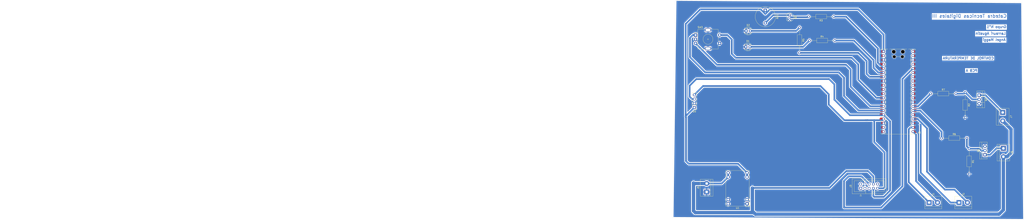
<source format=kicad_pcb>
(kicad_pcb (version 20241229) (generator "pcbnew") (generator_version "9.0")
  (layers (0 "F.Cu" signal) (2 "B.Cu" signal) (13 "F.Paste" user) (15 "B.Paste" user) (5 "F.SilkS" user "F.Silkscreen") (7 "B.SilkS" user "B.Silkscreen") (1 "F.Mask" user) (3 "B.Mask" user) (25 "Edge.Cuts" user))
  (net 0 "")
  (net 1 "/GPIO4_PIN6")
  (net 3 "/GPIO19_PIN25")
  (net 6 "/GPIO11_PIN15")
  (net 9 "/GPIO9_PIN12")
  (net 10 "GND")
  (net 12 "/SalidaPWM_PIN27")
  (net 14 "/SalidaPWM_PIN26")
  (net 17 "/GPIO10_PIN14")
  (net 19 "GPIO12_PIN16")
  (net 20 "/GPIO16_PIN21")
  (net 21 "/GPIO18_PIN24")
  (net 22 "/VSYS5V_PIN39")
  (net 23 "V3.3_PIN36")
  (net 25 "/GPIO17_PIN22")
  (net 26 "GPIO13_PIN17")
  (net 29 "/GPIO5_PIN7")
  (net 30 "/GPIO3_PIN5")
  (net 35 "Net-(BZ1--)")
  (net 36 "Net-(D1-A)")
  (net 37 "Net-(D2-A)")
  (net 43 "+12V_SW")
  (net 44 "Net-(J6-Pin_1)")
  (net 45 "Net-(J7-Pin_1)")
  (net 46 "Net-(Q1-G)")
  (net 47 "Net-(Q2-G)")
  (net 48 "Net-(Q3-B)")
  (footprint "Resistor_THT:R_Axial_DIN0207_L6.3mm_D2.5mm_P15.24mm_Horizontal" (layer "F.Cu") (at 211.067271 79.790376 -90)
    (property "Reference" "R2" (at 7.62 -2.37 90) (layer "F.SilkS"))
    (property "Value" "10K")
    (pad "1" thru_hole circle (at 0 0 270) (size 1.6 1.6) (drill 0.8) (layers "*.Cu" "*.Mask") (net 47 "Net-(Q2-G)"))
    (pad "2" thru_hole circle (at 15.24 0 270) (size 1.6 1.6) (drill 0.8) (layers "*.Cu" "*.Mask") (net 10 "GND"))
  )
  (footprint "Package_TO_SOT_THT:TO-220-3_Vertical" (layer "F.Cu") (at 222.987271 117.410376 90)
    (property "Reference" "Q1" (at 2.54 -4.1 90) (layer "F.SilkS"))
    (property "Value" "IRL540N")
    (pad "1" thru_hole rect (at 0 0 90) (size 1.905 2) (drill 1.1) (layers "*.Cu" "*.Mask") (net 44 "Net-(J6-Pin_1)"))
    (pad "2" thru_hole oval (at 2.54 0 90) (size 1.905 2) (drill 1.1) (layers "*.Cu" "*.Mask") (net 46 "Net-(Q1-G)"))
    (pad "3" thru_hole oval (at 5.08 0 90) (size 1.905 2) (drill 1.1) (layers "*.Cu" "*.Mask") (net 10 "GND"))
  )
  (footprint "Resistor_THT:R_Axial_DIN0207_L6.3mm_D2.5mm_P15.24mm_Horizontal" (layer "F.Cu") (at 213.467271 113.790376 -90)
    (property "Reference" "R1" (at 7.62 -2.37 90) (layer "F.SilkS"))
    (property "Value" "10K")
    (pad "1" thru_hole circle (at 0 0 270) (size 1.6 1.6) (drill 0.8) (layers "*.Cu" "*.Mask") (net 46 "Net-(Q1-G)"))
    (pad "2" thru_hole circle (at 15.24 0 270) (size 1.6 1.6) (drill 0.8) (layers "*.Cu" "*.Mask") (net 10 "GND"))
  )
  (footprint "TerminalBlock:TerminalBlock_bornier-2_P5.08mm" (layer "F.Cu") (at 233.667271 91.930376 -90)
    (property "Reference" "J7" (at 2.54 -5.08 90) (layer "F.SilkS"))
    (property "Value" "Salida Peltier")
    (pad "1" thru_hole rect (at 0 0 270) (size 3 3) (drill 1.52) (layers "*.Cu" "*.Mask") (net 45 "Net-(J7-Pin_1)"))
    (pad "2" thru_hole circle (at 5.08 0 270) (size 3 3) (drill 1.52) (layers "*.Cu" "*.Mask") (net 43 "+12V_SW"))
  )
  (footprint "Resistor_THT:R_Axial_DIN0207_L6.3mm_D2.5mm_P15.24mm_Horizontal" (layer "F.Cu") (at 190.247271 80.610376)
    (property "Reference" "R7" (at 7.62 -2.37 0) (layer "F.SilkS"))
    (property "Value" "220R")
    (pad "1" thru_hole circle (at 0 0) (size 1.6 1.6) (drill 0.8) (layers "*.Cu" "*.Mask") (net 12 "/SalidaPWM_PIN27"))
    (pad "2" thru_hole circle (at 15.24 0) (size 1.6 1.6) (drill 0.8) (layers "*.Cu" "*.Mask") (net 47 "Net-(Q2-G)"))
  )
  (footprint "TerminalBlock:TerminalBlock_bornier-2_P5.08mm" (layer "F.Cu") (at 234.067271 113.530376 -90)
    (property "Reference" "J6" (at 2.54 -5.08 90) (layer "F.SilkS"))
    (property "Value" "Resistencia termica 40W")
    (pad "1" thru_hole rect (at 0 0 270) (size 3 3) (drill 1.52) (layers "*.Cu" "*.Mask") (net 44 "Net-(J6-Pin_1)"))
    (pad "2" thru_hole circle (at 5.08 0 270) (size 3 3) (drill 1.52) (layers "*.Cu" "*.Mask") (net 43 "+12V_SW"))
  )
  (footprint "LED_THT:LED_D4.0mm" (layer "F.Cu") (at 79.067271 42.810376)
    (property "Reference" "D2" (at 1.27 -3.46 0) (layer "F.SilkS"))
    (property "Value" "LED VERDE")
    (pad "1" thru_hole rect (at 0 0) (size 1.8 1.8) (drill 0.9) (layers "*.Cu" "*.Mask") (net 10 "GND"))
    (pad "2" thru_hole circle (at 2.54 0) (size 1.8 1.8) (drill 0.9) (layers "*.Cu" "*.Mask") (net 37 "Net-(D2-A)"))
  )
  (footprint "Rotary_Encoder:RotaryEncoder_Alps_EC11E-Switch_Vertical_H20mm" (layer "F.Cu") (at 48.617271 45.310376)
    (property "Reference" "SW3" (at 2.8 -4.7 0) (layer "F.SilkS"))
    (property "Value" "EC11")
    (pad "1" thru_hole circle (at 0 2.5) (size 2 2) (drill 1) (layers "*.Cu" "*.Mask") (net 10 "GND"))
    (pad "1" thru_hole rect (at 7.5 -3.1) (size 3.2 2) (drill oval 2.8 1.5) (layers "*.Cu" "*.Mask") (net 10 "GND"))
    (pad "1" thru_hole rect (at 7.5 8.1) (size 3.2 2) (drill oval 2.8 1.5) (layers "*.Cu" "*.Mask") (net 10 "GND"))
    (pad "1" thru_hole circle (at 14.5 5) (size 2 2) (drill 1) (layers "*.Cu" "*.Mask") (net 10 "GND"))
    (pad "2" thru_hole circle (at 14.5 0) (size 2 2) (drill 1) (layers "*.Cu" "*.Mask") (net 9 "/GPIO9_PIN12"))
    (pad "3" thru_hole circle (at 0 5) (size 2 2) (drill 1) (layers "*.Cu" "*.Mask") (net 17 "/GPIO10_PIN14"))
    (pad "4" thru_hole rect (at 0 0) (size 2 2) (drill 1) (layers "*.Cu" "*.Mask") (net 6 "/GPIO11_PIN15"))
  )
  (footprint "Buzzer_Beeper:Buzzer_12x9.5RM7.6" (layer "F.Cu") (at 90.667271 30.410376 -90)
    (property "Reference" "BZ1" (at 3.8 -7.2 90) (layer "F.SilkS"))
    (property "Value" "Buzzer")
    (fp_text user "+" (at -0.01 -2.54 90) (layer "F.SilkS"))
    (pad "1" thru_hole rect (at 0 0 270) (size 2 2) (drill 1) (layers "*.Cu" "*.Mask") (net 22 "/VSYS5V_PIN39"))
    (pad "2" thru_hole circle (at 7.6 0 270) (size 2 2) (drill 1) (layers "*.Cu" "*.Mask") (net 35 "Net-(BZ1--)"))
  )
  (footprint "TerminalBlock:TerminalBlock_bornier-2_P5.08mm" (layer "F.Cu") (at 189.327271 146.210376)
    (property "Reference" "J1" (at 2.54 -5.08 0) (layer "F.SilkS"))
    (property "Value" "Salida USART")
    (pad "1" thru_hole rect (at 0 0) (size 3 3) (drill 1.52) (layers "*.Cu" "*.Mask") (net 25 "/GPIO17_PIN22"))
    (pad "2" thru_hole circle (at 5.08 0) (size 3 3) (drill 1.52) (layers "*.Cu" "*.Mask") (net 20 "/GPIO16_PIN21"))
  )
  (footprint "Resistor_THT:R_Axial_DIN0207_L6.3mm_D2.5mm_P15.24mm_Horizontal" (layer "F.Cu") (at 117.247271 48.610376)
    (property "Reference" "R4" (at 7.62 -2.37 0) (layer "F.SilkS"))
    (property "Value" "330R")
    (pad "1" thru_hole circle (at 0 0) (size 1.6 1.6) (drill 0.8) (layers "*.Cu" "*.Mask") (net 36 "Net-(D1-A)"))
    (pad "2" thru_hole circle (at 15.24 0) (size 1.6 1.6) (drill 0.8) (layers "*.Cu" "*.Mask") (net 1 "/GPIO4_PIN6"))
  )
  (footprint "Connector_PinHeader_2.54mm:PinHeader_1x04_P2.54mm_Vertical" (layer "F.Cu") (at 47.867271 88.950376 180)
    (property "Reference" "U5" (at 0 -2.38 0) (layer "F.SilkS"))
    (property "Value" "LCD20x4_I2C")
    (pad "1" thru_hole rect (at 0 0 180) (size 1.7 1.7) (drill 1) (layers "*.Cu" "*.Mask") (net 22 "/VSYS5V_PIN39"))
    (pad "2" thru_hole circle (at 0 2.54 180) (size 1.7 1.7) (drill 1) (layers "*.Cu" "*.Mask") (net 10 "GND"))
    (pad "3" thru_hole circle (at 0 5.08 180) (size 1.7 1.7) (drill 1) (layers "*.Cu" "*.Mask") (net 19 "GPIO12_PIN16"))
    (pad "4" thru_hole circle (at 0 7.62 180) (size 1.7 1.7) (drill 1) (layers "*.Cu" "*.Mask") (net 26 "GPIO13_PIN17"))
  )
  (footprint "Module:RaspberryPi_Pico_Common_Unspecified" (layer "F.Cu") (at 170.757271 79.340376)
    (property "Reference" "A1" (at 11.7475 24.765 0) (layer "F.SilkS") (effects (justify left)))
    (property "Value" "RaspberryPi_Pico")
    (pad "" np_thru_hole circle (at -2.725 -24) (size 2.2 2.2) (drill 2.2) (layers "*.Mask"))
    (pad "" np_thru_hole circle (at -2.425 -20.97) (size 1.85 1.85) (drill 1.85) (layers "*.Mask"))
    (pad "" np_thru_hole circle (at 2.425 -20.97) (size 1.85 1.85) (drill 1.85) (layers "*.Mask"))
    (pad "" np_thru_hole circle (at 2.725 -24) (size 2.2 2.2) (drill 2.2) (layers "*.Mask"))
    (pad "1" smd custom (at -9.69 -24.13) (size 1.6 0.8) (layers "F.Cu" "F.Mask") (options (clearance outline) (anchor rect)) (primitives (gr_circle (center 0.8 0) (end 1.6 0) (width 0) (fill yes)) (gr_poly (pts (xy -1.6 -0.6) (xy -1.6 0.6) (xy -1.4 0.8) (xy 0.8 0.8) (xy 0.8 -0.8) (xy -1.4 -0.8)) (width 0) (fill yes)) (gr_circle (center -1.4 -0.6) (end -1.2 -0.6) (width 0) (fill yes)) (gr_circle (center -1.4 0.6) (end -1.2 0.6) (width 0) (fill yes))))
    (pad "1" thru_hole roundrect (at -8.89 -24.13) (size 1.6 1.6) (drill 1) (layers "*.Cu" "*.Mask") (roundrect_rratio 0.125))
    (pad "2" smd roundrect (at -9.69 -21.59) (size 3.2 1.6) (layers "F.Cu" "F.Mask") (roundrect_rratio 0.5))
    (pad "2" thru_hole circle (at -8.89 -21.59) (size 1.6 1.6) (drill 1) (layers "*.Cu" "*.Mask"))
    (pad "3" smd custom (at -9.69 -19.05) (size 1.6 0.8) (layers "F.Cu" "F.Mask") (net 10 "GND") (options (clearance outline) (anchor rect)) (primitives (gr_circle (center -0.8 0) (end 0 0) (width 0) (fill yes)) (gr_poly (pts (xy 1.6 -0.6) (xy 1.6 0.6) (xy 1.4 0.8) (xy -0.8 0.8) (xy -0.8 -0.8) (xy 1.4 -0.8)) (width 0) (fill yes)) (gr_circle (center 1.4 -0.6) (end 1.6 -0.6) (width 0) (fill yes)) (gr_circle (center 1.4 0.6) (end 1.6 0.6) (width 0) (fill yes))))
    (pad "3" thru_hole custom (at -8.89 -19.05) (size 1.6 1.6) (drill 1) (layers "*.Cu" "*.Mask") (net 10 "GND") (options (clearance outline) (anchor circle)) (primitives (gr_poly (pts (xy 0.8 0.6) (xy 0.8 -0.6) (xy 0.6 -0.8) (xy 0 -0.8) (xy 0 0.8) (xy 0.6 0.8)) (width 0) (fill yes)) (gr_circle (center 0.6 0.6) (end 0.8 0.6) (width 0) (fill yes)) (gr_circle (center 0.6 -0.6) (end 0.8 -0.6) (width 0) (fill yes))))
    (pad "4" smd roundrect (at -9.69 -16.51) (size 3.2 1.6) (layers "F.Cu" "F.Mask") (roundrect_rratio 0.5))
    (pad "4" thru_hole circle (at -8.89 -16.51) (size 1.6 1.6) (drill 1) (layers "*.Cu" "*.Mask"))
    (pad "5" smd roundrect (at -9.69 -13.97) (size 3.2 1.6) (layers "F.Cu" "F.Mask") (roundrect_rratio 0.5) (net 30 "/GPIO3_PIN5"))
    (pad "5" thru_hole circle (at -8.89 -13.97) (size 1.6 1.6) (drill 1) (layers "*.Cu" "*.Mask") (net 30 "/GPIO3_PIN5"))
    (pad "6" smd roundrect (at -9.69 -11.43) (size 3.2 1.6) (layers "F.Cu" "F.Mask") (roundrect_rratio 0.5) (net 1 "/GPIO4_PIN6"))
    (pad "6" thru_hole circle (at -8.89 -11.43) (size 1.6 1.6) (drill 1) (layers "*.Cu" "*.Mask") (net 1 "/GPIO4_PIN6"))
    (pad "7" smd roundrect (at -9.69 -8.89) (size 3.2 1.6) (layers "F.Cu" "F.Mask") (roundrect_rratio 0.5) (net 29 "/GPIO5_PIN7"))
    (pad "7" thru_hole circle (at -8.89 -8.89) (size 1.6 1.6) (drill 1) (layers "*.Cu" "*.Mask") (net 29 "/GPIO5_PIN7"))
    (pad "8" smd custom (at -9.69 -6.35) (size 1.6 0.8) (layers "F.Cu" "F.Mask") (net 10 "GND") (options (clearance outline) (anchor rect)) (primitives (gr_circle (center -0.8 0) (end 0 0) (width 0) (fill yes)) (gr_poly (pts (xy 1.6 -0.6) (xy 1.6 0.6) (xy 1.4 0.8) (xy -0.8 0.8) (xy -0.8 -0.8) (xy 1.4 -0.8)) (width 0) (fill yes)) (gr_circle (center 1.4 -0.6) (end 1.6 -0.6) (width 0) (fill yes)) (gr_circle (center 1.4 0.6) (end 1.6 0.6) (width 0) (fill yes))))
    (pad "8" thru_hole custom (at -8.89 -6.35) (size 1.6 1.6) (drill 1) (layers "*.Cu" "*.Mask") (net 10 "GND") (options (clearance outline) (anchor circle)) (primitives (gr_poly (pts (xy 0.8 0.6) (xy 0.8 -0.6) (xy 0.6 -0.8) (xy 0 -0.8) (xy 0 0.8) (xy 0.6 0.8)) (width 0) (fill yes)) (gr_circle (center 0.6 0.6) (end 0.8 0.6) (width 0) (fill yes)) (gr_circle (center 0.6 -0.6) (end 0.8 -0.6) (width 0) (fill yes))))
    (pad "9" smd roundrect (at -9.69 -3.81) (size 3.2 1.6) (layers "F.Cu" "F.Mask") (roundrect_rratio 0.5))
    (pad "9" thru_hole circle (at -8.89 -3.81) (size 1.6 1.6) (drill 1) (layers "*.Cu" "*.Mask"))
    (pad "10" smd roundrect (at -9.69 -1.27) (size 3.2 1.6) (layers "F.Cu" "F.Mask") (roundrect_rratio 0.5))
    (pad "10" thru_hole circle (at -8.89 -1.27) (size 1.6 1.6) (drill 1) (layers "*.Cu" "*.Mask"))
    (pad "11" smd roundrect (at -9.69 1.27) (size 3.2 1.6) (layers "F.Cu" "F.Mask") (roundrect_rratio 0.5))
    (pad "11" thru_hole circle (at -8.89 1.27) (size 1.6 1.6) (drill 1) (layers "*.Cu" "*.Mask"))
    (pad "12" smd roundrect (at -9.69 3.81) (size 3.2 1.6) (layers "F.Cu" "F.Mask") (roundrect_rratio 0.5) (net 9 "/GPIO9_PIN12"))
    (pad "12" thru_hole circle (at -8.89 3.81) (size 1.6 1.6) (drill 1) (layers "*.Cu" "*.Mask") (net 9 "/GPIO9_PIN12"))
    (pad "13" smd custom (at -9.69 6.35) (size 1.6 0.8) (layers "F.Cu" "F.Mask") (net 10 "GND") (options (clearance outline) (anchor rect)) (primitives (gr_circle (center -0.8 0) (end 0 0) (width 0) (fill yes)) (gr_poly (pts (xy 1.6 -0.6) (xy 1.6 0.6) (xy 1.4 0.8) (xy -0.8 0.8) (xy -0.8 -0.8) (xy 1.4 -0.8)) (width 0) (fill yes)) (gr_circle (center 1.4 -0.6) (end 1.6 -0.6) (width 0) (fill yes)) (gr_circle (center 1.4 0.6) (end 1.6 0.6) (width 0) (fill yes))))
    (pad "13" thru_hole custom (at -8.89 6.35) (size 1.6 1.6) (drill 1) (layers "*.Cu" "*.Mask") (net 10 "GND") (options (clearance outline) (anchor circle)) (primitives (gr_poly (pts (xy 0.8 0.6) (xy 0.8 -0.6) (xy 0.6 -0.8) (xy 0 -0.8) (xy 0 0.8) (xy 0.6 0.8)) (width 0) (fill yes)) (gr_circle (center 0.6 0.6) (end 0.8 0.6) (width 0) (fill yes)) (gr_circle (center 0.6 -0.6) (end 0.8 -0.6) (width 0) (fill yes))))
    (pad "14" smd roundrect (at -9.69 8.89) (size 3.2 1.6) (layers "F.Cu" "F.Mask") (roundrect_rratio 0.5) (net 17 "/GPIO10_PIN14"))
    (pad "14" thru_hole circle (at -8.89 8.89) (size 1.6 1.6) (drill 1) (layers "*.Cu" "*.Mask") (net 17 "/GPIO10_PIN14"))
    (pad "15" smd roundrect (at -9.69 11.43) (size 3.2 1.6) (layers "F.Cu" "F.Mask") (roundrect_rratio 0.5) (net 6 "/GPIO11_PIN15"))
    (pad "15" thru_hole circle (at -8.89 11.43) (size 1.6 1.6) (drill 1) (layers "*.Cu" "*.Mask") (net 6 "/GPIO11_PIN15"))
    (pad "16" smd roundrect (at -9.69 13.97) (size 3.2 1.6) (layers "F.Cu" "F.Mask") (roundrect_rratio 0.5) (net 19 "GPIO12_PIN16"))
    (pad "16" thru_hole circle (at -8.89 13.97) (size 1.6 1.6) (drill 1) (layers "*.Cu" "*.Mask") (net 19 "GPIO12_PIN16"))
    (pad "17" smd roundrect (at -9.69 16.51) (size 3.2 1.6) (layers "F.Cu" "F.Mask") (roundrect_rratio 0.5) (net 26 "GPIO13_PIN17"))
    (pad "17" thru_hole circle (at -8.89 16.51) (size 1.6 1.6) (drill 1) (layers "*.Cu" "*.Mask") (net 26 "GPIO13_PIN17"))
    (pad "18" smd custom (at -9.69 19.05) (size 1.6 0.8) (layers "F.Cu" "F.Mask") (net 10 "GND") (options (clearance outline) (anchor rect)) (primitives (gr_circle (center -0.8 0) (end 0 0) (width 0) (fill yes)) (gr_poly (pts (xy 1.6 -0.6) (xy 1.6 0.6) (xy 1.4 0.8) (xy -0.8 0.8) (xy -0.8 -0.8) (xy 1.4 -0.8)) (width 0) (fill yes)) (gr_circle (center 1.4 -0.6) (end 1.6 -0.6) (width 0) (fill yes)) (gr_circle (center 1.4 0.6) (end 1.6 0.6) (width 0) (fill yes))))
    (pad "18" thru_hole custom (at -8.89 19.05) (size 1.6 1.6) (drill 1) (layers "*.Cu" "*.Mask") (net 10 "GND") (options (clearance outline) (anchor circle)) (primitives (gr_poly (pts (xy 0.8 0.6) (xy 0.8 -0.6) (xy 0.6 -0.8) (xy 0 -0.8) (xy 0 0.8) (xy 0.6 0.8)) (width 0) (fill yes)) (gr_circle (center 0.6 0.6) (end 0.8 0.6) (width 0) (fill yes)) (gr_circle (center 0.6 -0.6) (end 0.8 -0.6) (width 0) (fill yes))))
    (pad "19" smd roundrect (at -9.69 21.59) (size 3.2 1.6) (layers "F.Cu" "F.Mask") (roundrect_rratio 0.5))
    (pad "19" thru_hole circle (at -8.89 21.59) (size 1.6 1.6) (drill 1) (layers "*.Cu" "*.Mask"))
    (pad "20" smd roundrect (at -9.69 24.13) (size 3.2 1.6) (layers "F.Cu" "F.Mask") (roundrect_rratio 0.5))
    (pad "20" thru_hole circle (at -8.89 24.13) (size 1.6 1.6) (drill 1) (layers "*.Cu" "*.Mask"))
    (pad "21" thru_hole circle (at 8.89 24.13) (size 1.6 1.6) (drill 1) (layers "*.Cu" "*.Mask") (net 20 "/GPIO16_PIN21"))
    (pad "21" smd roundrect (at 9.69 24.13) (size 3.2 1.6) (layers "F.Cu" "F.Mask") (roundrect_rratio 0.5) (net 20 "/GPIO16_PIN21"))
    (pad "22" thru_hole circle (at 8.89 21.59) (size 1.6 1.6) (drill 1) (layers "*.Cu" "*.Mask") (net 25 "/GPIO17_PIN22"))
    (pad "22" smd roundrect (at 9.69 21.59) (size 3.2 1.6) (layers "F.Cu" "F.Mask") (roundrect_rratio 0.5) (net 25 "/GPIO17_PIN22"))
    (pad "23" thru_hole custom (at 8.89 19.05) (size 1.6 1.6) (drill 1) (layers "*.Cu" "*.Mask") (net 10 "GND") (options (clearance outline) (anchor circle)) (primitives (gr_poly (pts (xy -0.8 0.6) (xy -0.8 -0.6) (xy -0.6 -0.8) (xy 0 -0.8) (xy 0 0.8) (xy -0.6 0.8)) (width 0) (fill yes)) (gr_circle (center -0.6 0.6) (end -0.4 0.6) (width 0) (fill yes)) (gr_circle (center -0.6 -0.6) (end -0.4 -0.6) (width 0) (fill yes))))
    (pad "23" smd custom (at 9.69 19.05) (size 1.6 0.8) (layers "F.Cu" "F.Mask") (net 10 "GND") (options (clearance outline) (anchor rect)) (primitives (gr_circle (center 0.8 0) (end 1.6 0) (width 0) (fill yes)) (gr_poly (pts (xy -1.6 -0.6) (xy -1.6 0.6) (xy -1.4 0.8) (xy 0.8 0.8) (xy 0.8 -0.8) (xy -1.4 -0.8)) (width 0) (fill yes)) (gr_circle (center -1.4 -0.6) (end -1.2 -0.6) (width 0) (fill yes)) (gr_circle (center -1.4 0.6) (end -1.2 0.6) (width 0) (fill yes))))
    (pad "24" thru_hole circle (at 8.89 16.51) (size 1.6 1.6) (drill 1) (layers "*.Cu" "*.Mask") (net 21 "/GPIO18_PIN24"))
    (pad "24" smd roundrect (at 9.69 16.51) (size 3.2 1.6) (layers "F.Cu" "F.Mask") (roundrect_rratio 0.5) (net 21 "/GPIO18_PIN24"))
    (pad "25" thru_hole circle (at 8.89 13.97) (size 1.6 1.6) (drill 1) (layers "*.Cu" "*.Mask") (net 3 "/GPIO19_PIN25"))
    (pad "25" smd roundrect (at 9.69 13.97) (size 3.2 1.6) (layers "F.Cu" "F.Mask") (roundrect_rratio 0.5) (net 3 "/GPIO19_PIN25"))
    (pad "26" thru_hole circle (at 8.89 11.43) (size 1.6 1.6) (drill 1) (layers "*.Cu" "*.Mask") (net 14 "/SalidaPWM_PIN26"))
    (pad "26" smd roundrect (at 9.69 11.43) (size 3.2 1.6) (layers "F.Cu" "F.Mask") (roundrect_rratio 0.5) (net 14 "/SalidaPWM_PIN26"))
    (pad "27" thru_hole circle (at 8.89 8.89) (size 1.6 1.6) (drill 1) (layers "*.Cu" "*.Mask") (net 12 "/SalidaPWM_PIN27"))
    (pad "27" smd roundrect (at 9.69 8.89) (size 3.2 1.6) (layers "F.Cu" "F.Mask") (roundrect_rratio 0.5) (net 12 "/SalidaPWM_PIN27"))
    (pad "28" thru_hole custom (at 8.89 6.35) (size 1.6 1.6) (drill 1) (layers "*.Cu" "*.Mask") (net 10 "GND") (options (clearance outline) (anchor circle)) (primitives (gr_poly (pts (xy -0.8 0.6) (xy -0.8 -0.6) (xy -0.6 -0.8) (xy 0 -0.8) (xy 0 0.8) (xy -0.6 0.8)) (width 0) (fill yes)) (gr_circle (center -0.6 0.6) (end -0.4 0.6) (width 0) (fill yes)) (gr_circle (center -0.6 -0.6) (end -0.4 -0.6) (width 0) (fill yes))))
    (pad "28" smd custom (at 9.69 6.35) (size 1.6 0.8) (layers "F.Cu" "F.Mask") (net 10 "GND") (options (clearance outline) (anchor rect)) (primitives (gr_circle (center 0.8 0) (end 1.6 0) (width 0) (fill yes)) (gr_poly (pts (xy -1.6 -0.6) (xy -1.6 0.6) (xy -1.4 0.8) (xy 0.8 0.8) (xy 0.8 -0.8) (xy -1.4 -0.8)) (width 0) (fill yes)) (gr_circle (center -1.4 -0.6) (end -1.2 -0.6) (width 0) (fill yes)) (gr_circle (center -1.4 0.6) (end -1.2 0.6) (width 0) (fill yes))))
    (pad "29" thru_hole circle (at 8.89 3.81) (size 1.6 1.6) (drill 1) (layers "*.Cu" "*.Mask"))
    (pad "29" smd roundrect (at 9.69 3.81) (size 3.2 1.6) (layers "F.Cu" "F.Mask") (roundrect_rratio 0.5))
    (pad "30" thru_hole circle (at 8.89 1.27) (size 1.6 1.6) (drill 1) (layers "*.Cu" "*.Mask"))
    (pad "30" smd roundrect (at 9.69 1.27) (size 3.2 1.6) (layers "F.Cu" "F.Mask") (roundrect_rratio 0.5))
    (pad "31" thru_hole circle (at 8.89 -1.27) (size 1.6 1.6) (drill 1) (layers "*.Cu" "*.Mask"))
    (pad "31" smd roundrect (at 9.69 -1.27) (size 3.2 1.6) (layers "F.Cu" "F.Mask") (roundrect_rratio 0.5))
    (pad "32" thru_hole circle (at 8.89 -3.81) (size 1.6 1.6) (drill 1) (layers "*.Cu" "*.Mask"))
    (pad "32" smd roundrect (at 9.69 -3.81) (size 3.2 1.6) (layers "F.Cu" "F.Mask") (roundrect_rratio 0.5))
    (pad "33" thru_hole custom (at 8.89 -6.35) (size 1.6 1.6) (drill 1) (layers "*.Cu" "*.Mask") (options (clearance outline) (anchor circle)) (primitives (gr_poly (pts (xy -0.8 0.6) (xy -0.8 -0.6) (xy -0.6 -0.8) (xy 0 -0.8) (xy 0 0.8) (xy -0.6 0.8)) (width 0) (fill yes)) (gr_circle (center -0.6 0.6) (end -0.4 0.6) (width 0) (fill yes)) (gr_circle (center -0.6 -0.6) (end -0.4 -0.6) (width 0) (fill yes))))
    (pad "33" smd custom (at 9.69 -6.35) (size 1.6 0.8) (layers "F.Cu" "F.Mask") (options (clearance outline) (anchor rect)) (primitives (gr_circle (center 0.8 0) (end 1.6 0) (width 0) (fill yes)) (gr_poly (pts (xy -1.6 -0.6) (xy -1.6 0.6) (xy -1.4 0.8) (xy 0.8 0.8) (xy 0.8 -0.8) (xy -1.4 -0.8)) (width 0) (fill yes)) (gr_circle (center -1.4 -0.6) (end -1.2 -0.6) (width 0) (fill yes)) (gr_circle (center -1.4 0.6) (end -1.2 0.6) (width 0) (fill yes))))
    (pad "34" thru_hole circle (at 8.89 -8.89) (size 1.6 1.6) (drill 1) (layers "*.Cu" "*.Mask"))
    (pad "34" smd roundrect (at 9.69 -8.89) (size 3.2 1.6) (layers "F.Cu" "F.Mask") (roundrect_rratio 0.5))
    (pad "35" thru_hole circle (at 8.89 -11.43) (size 1.6 1.6) (drill 1) (layers "*.Cu" "*.Mask"))
    (pad "35" smd roundrect (at 9.69 -11.43) (size 3.2 1.6) (layers "F.Cu" "F.Mask") (roundrect_rratio 0.5))
    (pad "36" thru_hole circle (at 8.89 -13.97) (size 1.6 1.6) (drill 1) (layers "*.Cu" "*.Mask") (net 23 "V3.3_PIN36"))
    (pad "36" smd roundrect (at 9.69 -13.97) (size 3.2 1.6) (layers "F.Cu" "F.Mask") (roundrect_rratio 0.5) (net 23 "V3.3_PIN36"))
    (pad "37" thru_hole circle (at 8.89 -16.51) (size 1.6 1.6) (drill 1) (layers "*.Cu" "*.Mask"))
    (pad "37" smd roundrect (at 9.69 -16.51) (size 3.2 1.6) (layers "F.Cu" "F.Mask") (roundrect_rratio 0.5))
    (pad "38" thru_hole custom (at 8.89 -19.05) (size 1.6 1.6) (drill 1) (layers "*.Cu" "*.Mask") (net 10 "GND") (options (clearance outline) (anchor circle)) (primitives (gr_poly (pts (xy -0.8 0.6) (xy -0.8 -0.6) (xy -0.6 -0.8) (xy 0 -0.8) (xy 0 0.8) (xy -0.6 0.8)) (width 0) (fill yes)) (gr_circle (center -0.6 0.6) (end -0.4 0.6) (width 0) (fill yes)) (gr_circle (center -0.6 -0.6) (end -0.4 -0.6) (width 0) (fill yes))))
    (pad "38" smd custom (at 9.69 -19.05) (size 1.6 0.8) (layers "F.Cu" "F.Mask") (net 10 "GND") (options (clearance outline) (anchor rect)) (primitives (gr_circle (center 0.8 0) (end 1.6 0) (width 0) (fill yes)) (gr_poly (pts (xy -1.6 -0.6) (xy -1.6 0.6) (xy -1.4 0.8) (xy 0.8 0.8) (xy 0.8 -0.8) (xy -1.4 -0.8)) (width 0) (fill yes)) (gr_circle (center -1.4 -0.6) (end -1.2 -0.6) (width 0) (fill yes)) (gr_circle (center -1.4 0.6) (end -1.2 0.6) (width 0) (fill yes))))
    (pad "39" thru_hole circle (at 8.89 -21.59) (size 1.6 1.6) (drill 1) (layers "*.Cu" "*.Mask") (net 22 "/VSYS5V_PIN39"))
    (pad "39" smd roundrect (at 9.69 -21.59) (size 3.2 1.6) (layers "F.Cu" "F.Mask") (roundrect_rratio 0.5) (net 22 "/VSYS5V_PIN39"))
    (pad "40" thru_hole circle (at 8.89 -24.13) (size 1.6 1.6) (drill 1) (layers "*.Cu" "*.Mask"))
    (pad "40" smd roundrect (at 9.69 -24.13) (size 3.2 1.6) (layers "F.Cu" "F.Mask") (roundrect_rratio 0.5))
  )
  (footprint "TerminalBlock:TerminalBlock_bornier-2_P5.08mm" (layer "F.Cu") (at 55.324771 139.815376 90)
    (property "Reference" "J5" (at 2.54 -5.08 90) (layer "F.SilkS"))
    (property "Value" "FUENTE 12v5A")
    (pad "1" thru_hole rect (at 0 0 90) (size 3 3) (drill 1.52) (layers "*.Cu" "*.Mask") (net 10 "GND"))
    (pad "2" thru_hole circle (at 5.08 0 90) (size 3 3) (drill 1.52) (layers "*.Cu" "*.Mask") (net 43 "+12V_SW"))
  )
  (footprint "TerminalBlock:TerminalBlock_bornier-2_P5.08mm" (layer "F.Cu") (at 207.327271 146.210376)
    (property "Reference" "J2" (at 2.54 -5.08 0) (layer "F.SilkS"))
    (property "Value" "Salida I2C")
    (pad "1" thru_hole rect (at 0 0) (size 3 3) (drill 1.52) (layers "*.Cu" "*.Mask") (net 3 "/GPIO19_PIN25"))
    (pad "2" thru_hole circle (at 5.08 0) (size 3 3) (drill 1.52) (layers "*.Cu" "*.Mask") (net 21 "/GPIO18_PIN24"))
  )
  (footprint "Resistor_THT:R_Axial_DIN0207_L6.3mm_D2.5mm_P15.24mm_Horizontal" (layer "F.Cu") (at 196.847271 107.410376)
    (property "Reference" "R6" (at 7.62 -2.37 0) (layer "F.SilkS"))
    (property "Value" "220R")
    (pad "1" thru_hole circle (at 0 0) (size 1.6 1.6) (drill 0.8) (layers "*.Cu" "*.Mask") (net 14 "/SalidaPWM_PIN26"))
    (pad "2" thru_hole circle (at 15.24 0) (size 1.6 1.6) (drill 0.8) (layers "*.Cu" "*.Mask") (net 46 "Net-(Q1-G)"))
  )
  (footprint "Resistor_THT:R_Axial_DIN0207_L6.3mm_D2.5mm_P15.24mm_Horizontal" (layer "F.Cu") (at 111.267271 40.790376 -90)
    (property "Reference" "R5" (at 7.62 -2.37 90) (layer "F.SilkS"))
    (property "Value" "330R")
    (pad "1" thru_hole circle (at 0 0 270) (size 1.6 1.6) (drill 0.8) (layers "*.Cu" "*.Mask") (net 37 "Net-(D2-A)"))
    (pad "2" thru_hole circle (at 15.24 0 270) (size 1.6 1.6) (drill 0.8) (layers "*.Cu" "*.Mask") (net 29 "/GPIO5_PIN7"))
  )
  (footprint "Package_TO_SOT_THT:TO-92_Inline" (layer "F.Cu") (at 105.267271 33.270376 -90)
    (property "Reference" "Q3" (at 1.27 -3.56 90) (layer "F.SilkS"))
    (property "Value" "BC547")
    (pad "1" thru_hole rect (at 0 0 270) (size 1.05 1.5) (drill 0.75) (layers "*.Cu" "*.Mask") (net 35 "Net-(BZ1--)"))
    (pad "2" thru_hole oval (at 1.27 0 270) (size 1.05 1.5) (drill 0.75) (layers "*.Cu" "*.Mask") (net 48 "Net-(Q3-B)"))
    (pad "3" thru_hole oval (at 2.54 0 270) (size 1.05 1.5) (drill 0.75) (layers "*.Cu" "*.Mask") (net 10 "GND"))
  )
  (footprint "LED_THT:LED_D4.0mm" (layer "F.Cu") (at 78.867271 52.410376)
    (property "Reference" "D1" (at 1.27 -3.46 0) (layer "F.SilkS"))
    (property "Value" "LED ROJO")
    (pad "1" thru_hole rect (at 0 0) (size 1.8 1.8) (drill 0.9) (layers "*.Cu" "*.Mask") (net 10 "GND"))
    (pad "2" thru_hole circle (at 2.54 0) (size 1.8 1.8) (drill 0.9) (layers "*.Cu" "*.Mask") (net 36 "Net-(D1-A)"))
  )
  (footprint "Connector_IDC:IDC-Header_2x05_P2.54mm_Vertical" (layer "F.Cu") (at 148.127271 137.610376 90)
    (property "Reference" "J3" (at 1.27 -6.1 90) (layer "F.SilkS"))
    (property "Value" "IDC 10 VIAS")
    (pad "1" thru_hole roundrect (at 0 0 90) (size 1.7 1.7) (drill 1) (layers "*.Cu" "*.Mask") (roundrect_rratio 0.147059))
    (pad "2" thru_hole circle (at 2.54 0 90) (size 1.7 1.7) (drill 1) (layers "*.Cu" "*.Mask"))
    (pad "3" thru_hole circle (at 0 2.54 90) (size 1.7 1.7) (drill 1) (layers "*.Cu" "*.Mask"))
    (pad "4" thru_hole circle (at 2.54 2.54 90) (size 1.7 1.7) (drill 1) (layers "*.Cu" "*.Mask") (net 10 "GND"))
    (pad "5" thru_hole circle (at 0 5.08 90) (size 1.7 1.7) (drill 1) (layers "*.Cu" "*.Mask"))
    (pad "6" thru_hole circle (at 2.54 5.08 90) (size 1.7 1.7) (drill 1) (layers "*.Cu" "*.Mask") (net 23 "V3.3_PIN36"))
    (pad "7" thru_hole circle (at 0 7.62 90) (size 1.7 1.7) (drill 1) (layers "*.Cu" "*.Mask") (net 19 "GPIO12_PIN16"))
    (pad "8" thru_hole circle (at 2.54 7.62 90) (size 1.7 1.7) (drill 1) (layers "*.Cu" "*.Mask") (net 43 "+12V_SW"))
    (pad "9" thru_hole circle (at 0 10.16 90) (size 1.7 1.7) (drill 1) (layers "*.Cu" "*.Mask") (net 26 "GPIO13_PIN17"))
    (pad "10" thru_hole circle (at 2.54 10.16 90) (size 1.7 1.7) (drill 1) (layers "*.Cu" "*.Mask"))
  )
  (footprint "Resistor_THT:R_Axial_DIN0207_L6.3mm_D2.5mm_P15.24mm_Horizontal" (layer "F.Cu") (at 131.887271 34.210376 180)
    (property "Reference" "R3" (at 7.62 -2.37 0) (layer "F.SilkS"))
    (property "Value" "1K")
    (pad "1" thru_hole circle (at 0 0 180) (size 1.6 1.6) (drill 0.8) (layers "*.Cu" "*.Mask") (net 30 "/GPIO3_PIN5"))
    (pad "2" thru_hole circle (at 15.24 0 180) (size 1.6 1.6) (drill 0.8) (layers "*.Cu" "*.Mask") (net 48 "Net-(Q3-B)"))
  )
  (footprint "Package_TO_SOT_THT:TO-220-3_Vertical" (layer "F.Cu") (at 219.467271 81.530376 -90)
    (property "Reference" "Q2" (at 2.54 -4.1 90) (layer "F.SilkS"))
    (property "Value" "IRL540N")
    (pad "1" thru_hole rect (at 0 0 270) (size 1.905 2) (drill 1.1) (layers "*.Cu" "*.Mask") (net 45 "Net-(J7-Pin_1)"))
    (pad "2" thru_hole oval (at 2.54 0 270) (size 1.905 2) (drill 1.1) (layers "*.Cu" "*.Mask") (net 47 "Net-(Q2-G)"))
    (pad "3" thru_hole oval (at 5.08 0 270) (size 1.905 2) (drill 1.1) (layers "*.Cu" "*.Mask") (net 10 "GND"))
  )
  (footprint "Converter_DCDC:Converter_DCDC_Silvertel_Ag99xxLP_THT" (layer "F.Cu") (at 79.667271 146.950376 180)
    (property "Reference" "U1" (at 5.69 -2.51 0) (layer "F.SilkS"))
    (property "Value" "MP1584")
    (pad "1" thru_hole roundrect (at 0 0 90) (size 2 2) (drill 1.1) (layers "*.Cu" "*.Mask") (roundrect_rratio 0.125) (net 10 "GND"))
    (pad "2" thru_hole circle (at 0 2.54 90) (size 2 2) (drill 1.12) (layers "*.Cu" "*.Mask") (net 10 "GND"))
    (pad "3" thru_hole circle (at 0 16.13 90) (size 2 2) (drill 1.12) (layers "*.Cu" "*.Mask") (net 22 "/VSYS5V_PIN39"))
    (pad "4" thru_hole circle (at 0 18.67 90) (size 2 2) (drill 1.12) (layers "*.Cu" "*.Mask") (net 22 "/VSYS5V_PIN39"))
    (pad "5" thru_hole circle (at 11.38 18.67 90) (size 2 2) (drill 1.12) (layers "*.Cu" "*.Mask") (net 43 "+12V_SW"))
    (pad "6" thru_hole circle (at 11.38 16.13 90) (size 2 2) (drill 1.12) (layers "*.Cu" "*.Mask") (net 43 "+12V_SW"))
    (pad "7" thru_hole circle (at 11.38 2.54 90) (size 2 2) (drill 1.12) (layers "*.Cu" "*.Mask") (net 10 "GND"))
    (pad "8" thru_hole circle (at 11.38 0 90) (size 2 2) (drill 1.12) (layers "*.Cu" "*.Mask") (net 10 "GND"))
  )
  (gr_line (start 246.467271 156.610376) (end 34.867271 155.410376) (stroke (width 0.05)) (layer "Edge.Cuts"))
  (gr_line (start 245.267271 25.610376) (end 246.467271 156.610376) (stroke (width 0.05)) (layer "Edge.Cuts"))
  (gr_line (start 34.867271 155.410376) (end 36.667271 24.210376) (stroke (width 0.05)) (layer "Edge.Cuts"))
  (gr_line (start 36.667271 24.210376) (end 245.267271 25.610376) (stroke (width 0.05)) (layer "Edge.Cuts"))
  (gr_text "Larrauri Agustin" (at 235.6 45.2 0) (layer "B.Cu") (effects (font (size 1.5 1.5) (thickness 0.3) (bold yes)) (justify left bottom mirror)))
  (gr_text "Grupo N°1\n" (at 236 41.2 0) (layer "B.Cu") (effects (font (size 1.5 1.5) (thickness 0.3) (bold yes)) (justify left bottom mirror)))
  (gr_text "CONTROL DE TEMPERATURA\n\n\n" (at 228.4 65 0) (layer "B.Cu") (effects (font (size 1.5 1.5) (thickness 0.3) (bold yes)) (justify left bottom mirror)))
  (gr_text "Catedra Tecnicas Digitales III" (at 236.2 35 0) (layer "B.Cu") (effects (font (size 2 2) (thickness 0.3) (bold yes)) (justify left bottom mirror)))
  (gr_text "PCB A" (at 218.6 67.6 0) (layer "B.Cu") (effects (font (size 1.5 1.5) (thickness 0.3) (bold yes)) (justify left bottom mirror)))
  (gr_text "Angel Maggi\n" (at 235.6 49 0) (layer "B.Cu") (effects (font (size 1.5 1.5) (thickness 0.3) (bold yes)) (justify left bottom mirror)))
  (segment (start 144.008449 48.610376) (end 155.867271 60.469198) (width 1) (layer "B.Cu") (net 1))
  (segment (start 158.767271 67.910376) (end 161.867271 67.910376) (width 1) (layer "B.Cu") (net 1))
  (segment (start 132.487271 48.610376) (end 144.008449 48.610376) (width 1) (layer "B.Cu") (net 1))
  (segment (start 155.867271 60.469198) (end 155.867271 65.010376) (width 1) (layer "B.Cu") (net 1))
  (segment (start 155.867271 65.010376) (end 158.767271 67.910376) (width 1) (layer "B.Cu") (net 1))
  (segment (start 184.267271 128.210376) (end 184.267271 99.410376) (width 1) (layer "B.Cu") (net 3))
  (segment (start 207.327271 146.210376) (end 202.267271 146.210376) (width 1) (layer "B.Cu") (net 3))
  (segment (start 184.267271 99.410376) (end 184.067271 99.210376) (width 1) (layer "B.Cu") (net 3))
  (segment (start 202.267271 146.210376) (end 184.267271 128.210376) (width 1) (layer "B.Cu") (net 3))
  (segment (start 138.067271 71.010376) (end 138.067271 82.010376) (width 1) (layer "B.Cu") (net 6))
  (segment (start 54.467271 67.810376) (end 134.867271 67.810376) (width 1) (layer "B.Cu") (net 6))
  (segment (start 46.967271 45.310376) (end 45.267271 47.010376) (width 1) (layer "B.Cu") (net 6))
  (segment (start 138.067271 82.010376) (end 146.827271 90.770376) (width 1) (layer "B.Cu") (net 6))
  (segment (start 146.827271 90.770376) (end 161.867271 90.770376) (width 1) (layer "B.Cu") (net 6))
  (segment (start 48.617271 45.310376) (end 46.967271 45.310376) (width 1) (layer "B.Cu") (net 6))
  (segment (start 134.867271 67.810376) (end 138.067271 71.010376) (width 1) (layer "B.Cu") (net 6))
  (segment (start 45.267271 47.010376) (end 45.267271 58.610376) (width 1) (layer "B.Cu") (net 6))
  (segment (start 45.267271 58.610376) (end 54.467271 67.810376) (width 1) (layer "B.Cu") (net 6))
  (segment (start 70.467271 48.010376) (end 67.767271 45.310376) (width 1) (layer "B.Cu") (net 9))
  (segment (start 142.667271 59.010376) (end 72.874347 59.010376) (width 1) (layer "B.Cu") (net 9))
  (segment (start 70.467271 56.6033) (end 70.467271 48.010376) (width 1) (layer "B.Cu") (net 9))
  (segment (start 161.867271 83.150376) (end 157.607271 83.150376) (width 1) (layer "B.Cu") (net 9))
  (segment (start 146.647271 72.190376) (end 146.647271 62.990376) (width 1) (layer "B.Cu") (net 9))
  (segment (start 157.607271 83.150376) (end 146.647271 72.190376) (width 1) (layer "B.Cu") (net 9))
  (segment (start 67.767271 45.310376) (end 63.117271 45.310376) (width 1) (layer "B.Cu") (net 9))
  (segment (start 146.647271 62.990376) (end 142.667271 59.010376) (width 1) (layer "B.Cu") (net 9))
  (segment (start 72.874347 59.010376) (end 70.467271 56.6033) (width 1) (layer "B.Cu") (net 9))
  (segment (start 182.627271 88.230376) (end 190.247271 80.610376) (width 1) (layer "B.Cu") (net 12))
  (segment (start 179.647271 88.230376) (end 182.627271 88.230376) (width 1) (layer "B.Cu") (net 12))
  (segment (start 196.847271 103.590376) (end 184.027271 90.770376) (width 1) (layer "B.Cu") (net 14))
  (segment (start 196.847271 107.410376) (end 196.847271 103.590376) (width 1) (layer "B.Cu") (net 14))
  (segment (start 184.027271 90.770376) (end 179.647271 90.770376) (width 1) (layer "B.Cu") (net 14))
  (segment (start 161.867271 88.230376) (end 153.887271 88.230376) (width 1) (layer "B.Cu") (net 17))
  (segment (start 61.517271 63.210376) (end 48.617271 50.310376) (width 1) (layer "B.Cu") (net 17))
  (segment (start 139.267271 63.210376) (end 61.517271 63.210376) (width 1) (layer "B.Cu") (net 17))
  (segment (start 142.047271 65.990376) (end 139.267271 63.210376) (width 1) (layer "B.Cu") (net 17))
  (segment (start 153.887271 88.230376) (end 142.047271 76.390376) (width 1) (layer "B.Cu") (net 17))
  (segment (start 142.047271 76.390376) (end 142.047271 65.990376) (width 1) (layer "B.Cu") (net 17))
  (segment (start 165.8 139) (end 161.989624 142.810376) (width 1) (layer "B.Cu") (net 19))
  (segment (start 161.989624 142.810376) (end 156.267271 142.810376) (width 1) (layer "B.Cu") (net 19))
  (segment (start 161.567271 93.610376) (end 141.667271 93.610376) (width 1) (layer "B.Cu") (net 19))
  (segment (start 132.267271 75.010376) (end 129.067271 71.810376) (width 1) (layer "B.Cu") (net 19))
  (segment (start 155.667271 142.210376) (end 155.747271 142.130376) (width 1) (layer "B.Cu") (net 19))
  (segment (start 165.8 97.243105) (end 165.8 139) (width 1) (layer "B.Cu") (net 19))
  (segment (start 132.267271 84.210376) (end 132.267271 75.010376) (width 1) (layer "B.Cu") (net 19))
  (segment (start 141.667271 93.610376) (end 132.267271 84.210376) (width 1) (layer "B.Cu") (net 19))
  (segment (start 161.867271 93.310376) (end 165.8 97.243105) (width 1) (layer "B.Cu") (net 19))
  (segment (start 46.527271 83.870376) (end 47.867271 83.870376) (width 1) (layer "B.Cu") (net 19))
  (segment (start 45.067271 75.810376) (end 45.067271 82.410376) (width 1) (layer "B.Cu") (net 19))
  (segment (start 45.067271 82.410376) (end 46.527271 83.870376) (width 1) (layer "B.Cu") (net 19))
  (segment (start 49.067271 71.810376) (end 45.067271 75.810376) (width 1) (layer "B.Cu") (net 19))
  (segment (start 129.067271 71.810376) (end 49.067271 71.810376) (width 1) (layer "B.Cu") (net 19))
  (segment (start 156.267271 142.810376) (end 155.667271 142.210376) (width 1) (layer "B.Cu") (net 19))
  (segment (start 155.747271 142.130376) (end 155.747271 137.610376) (width 1) (layer "B.Cu") (net 19))
  (segment (start 161.867271 93.310376) (end 161.567271 93.610376) (width 1) (layer "B.Cu") (net 19))
  (segment (start 181.467271 133.270376) (end 181.467271 105.290376) (width 1) (layer "B.Cu") (net 20))
  (segment (start 181.467271 105.290376) (end 179.647271 103.470376) (width 1) (layer "B.Cu") (net 20))
  (segment (start 194.407271 146.210376) (end 181.467271 133.270376) (width 1) (layer "B.Cu") (net 20))
  (segment (start 204.607271 138.410376) (end 198.867271 138.410376) (width 1) (layer "B.Cu") (net 21))
  (segment (start 212.407271 146.210376) (end 204.607271 138.410376) (width 1) (layer "B.Cu") (net 21))
  (segment (start 188.067271 127.610376) (end 188.067271 101.511906) (width 1) (layer "B.Cu") (net 21))
  (segment (start 182.405741 95.850376) (end 179.647271 95.850376) (width 1) (layer "B.Cu") (net 21))
  (segment (start 188.067271 101.511906) (end 182.405741 95.850376) (width 1) (layer "B.Cu") (net 21))
  (segment (start 198.867271 138.410376) (end 188.067271 127.610376) (width 1) (layer "B.Cu") (net 21))
  (segment (start 146.647271 29.810376) (end 161.867271 45.030376) (width 1) (layer "B.Cu") (net 22))
  (segment (start 87.847271 29.810376) (end 90.667271 32.630376) (width 1) (layer "B.Cu") (net 22))
  (segment (start 42.667271 94.610376) (end 42.667271 94.150376) (width 1) (layer "B.Cu") (net 22))
  (segment (start 42.667271 94.610376) (end 42.867271 94.810376) (width 1) (layer "B.Cu") (net 22))
  (segment (start 51.467271 29.810376) (end 87.847271 29.810376) (width 1) (layer "B.Cu") (net 22))
  (segment (start 42.667271 38.610376) (end 51.467271 29.810376) (width 1) (layer "B.Cu") (net 22))
  (segment (start 44.467271 122.810376) (end 74.197271 122.810376) (width 1) (layer "B.Cu") (net 22))
  (segment (start 93.487271 29.810376) (end 146.647271 29.810376) (width 1) (layer "B.Cu") (net 22))
  (segment (start 74.197271 122.810376) (end 79.667271 128.280376) (width 1) (layer "B.Cu") (net 22))
  (segment (start 161.867271 55.030376) (end 162.027271 54.870376) (width 1) (layer "B.Cu") (net 22))
  (segment (start 79.667271 130.820376) (end 79.667271 128.280376) (width 1) (layer "B.Cu") (net 22))
  (segment (start 42.867271 94.810376) (end 42.867271 121.210376) (width 1) (layer "B.Cu") (net 22))
  (segment (start 42.867271 121.210376) (end 44.467271 122.810376) (width 1) (layer "B.Cu") (net 22))
  (segment (start 42.667271 94.610376) (end 42.667271 38.610376) (width 1) (layer "B.Cu") (net 22))
  (segment (start 90.667271 32.630376) (end 93.487271 29.810376) (width 1) (layer "B.Cu") (net 22))
  (segment (start 42.667271 94.150376) (end 47.867271 88.950376) (width 1) (layer "B.Cu") (net 22))
  (segment (start 161.867271 45.030376) (end 161.867271 55.030376) (width 1) (layer "B.Cu") (net 22))
  (segment (start 153.207271 135.070376) (end 148.547271 130.410376) (width 1) (layer "B.Cu") (net 23))
  (segment (start 140.867271 130.410376) (end 138.067271 133.210376) (width 1) (layer "B.Cu") (net 23))
  (segment (start 173.267271 136.410376) (end 173.267271 71.750376) (width 1) (layer "B.Cu") (net 23))
  (segment (start 160.467271 149.210376) (end 173.267271 136.410376) (width 1) (layer "B.Cu") (net 23))
  (segment (start 138.067271 133.210376) (end 138.067271 149.210376) (width 1) (layer "B.Cu") (net 23))
  (segment (start 148.547271 130.410376) (end 140.867271 130.410376) (width 1) (layer "B.Cu") (net 23))
  (segment (start 173.267271 71.750376) (end 179.647271 65.370376) (width 1) (layer "B.Cu") (net 23))
  (segment (start 138.067271 149.210376) (end 160.467271 149.210376) (width 1) (layer "B.Cu") (net 23))
  (segment (start 178.387271 100.930376) (end 179.647271 100.930376) (width 1) (layer "B.Cu") (net 25))
  (segment (start 177.067271 133.950376) (end 177.067271 102.010376) (width 1) (layer "B.Cu") (net 25))
  (segment (start 178.267271 100.810376) (end 178.387271 100.930376) (width 1) (layer "B.Cu") (net 25))
  (segment (start 177.067271 102.010376) (end 178.267271 100.810376) (width 1) (layer "B.Cu") (net 25))
  (segment (start 189.327271 146.210376) (end 177.067271 133.950376) (width 1) (layer "B.Cu") (net 25))
  (segment (start 162.467271 116.010376) (end 156.267271 109.810376) (width 1) (layer "B.Cu") (net 26))
  (segment (start 150.867271 96.590376) (end 152.267271 96.590376) (width 1) (layer "B.Cu") (net 26))
  (segment (start 152.247271 96.610376) (end 152.267271 96.590376) (width 1) (layer "B.Cu") (net 26))
  (segment (start 53.187271 76.010376) (end 123.867271 76.010376) (width 1) (layer "B.Cu") (net 26))
  (segment (start 152.267271 96.590376) (end 156.267271 96.590376) (width 1) (layer "B.Cu") (net 26))
  (segment (start 158.287271 137.610376) (end 161.867271 137.610376) (width 1) (layer "B.Cu") (net 26))
  (segment (start 123.867271 76.010376) (end 128.867271 81.010376) (width 1) (layer "B.Cu") (net 26))
  (segment (start 156.267271 109.810376) (end 156.267271 96.590376) (width 1) (layer "B.Cu") (net 26))
  (segment (start 162.467271 137.010376) (end 162.467271 116.010376) (width 1) (layer "B.Cu") (net 26))
  (segment (start 161.127271 96.590376) (end 161.867271 95.850376) (width 1) (layer "B.Cu") (net 26))
  (segment (start 128.867271 81.010376) (end 128.867271 87.210376) (width 1) (layer "B.Cu") (net 26))
  (segment (start 138.267271 96.610376) (end 152.247271 96.610376) (width 1) (layer "B.Cu") (net 26))
  (segment (start 161.867271 137.610376) (end 162.467271 137.010376) (width 1) (layer "B.Cu") (net 26))
  (segment (start 128.867271 87.210376) (end 138.267271 96.610376) (width 1) (layer "B.Cu") (net 26))
  (segment (start 47.867271 81.330376) (end 53.187271 76.010376) (width 1) (layer "B.Cu") (net 26))
  (segment (start 156.267271 96.590376) (end 161.127271 96.590376) (width 1) (layer "B.Cu") (net 26))
  (segment (start 146.687271 56.030376) (end 151.667271 61.010376) (width 1) (layer "B.Cu") (net 29))
  (segment (start 151.667271 61.010376) (end 151.667271 68.610376) (width 1) (layer "B.Cu") (net 29))
  (segment (start 111.267271 56.030376) (end 146.687271 56.030376) (width 1) (layer "B.Cu") (net 29))
  (segment (start 153.507271 70.450376) (end 161.867271 70.450376) (width 1) (layer "B.Cu") (net 29))
  (segment (start 151.667271 68.610376) (end 153.507271 70.450376) (width 1) (layer "B.Cu") (net 29))
  (segment (start 131.887271 34.210376) (end 139.267271 34.210376) (width 1) (layer "B.Cu") (net 30))
  (segment (start 158.467271 53.410376) (end 158.467271 61.970376) (width 1) (layer "B.Cu") (net 30))
  (segment (start 158.467271 61.970376) (end 161.867271 65.370376) (width 1) (layer "B.Cu") (net 30))
  (segment (start 139.267271 34.210376) (end 158.467271 53.410376) (width 1) (layer "B.Cu") (net 30))
  (segment (start 95.407271 33.270376) (end 90.667271 38.010376) (width 1) (layer "B.Cu") (net 35))
  (segment (start 105.267271 33.270376) (end 95.407271 33.270376) (width 1) (layer "B.Cu") (net 35))
  (segment (start 113.447271 52.410376) (end 117.247271 48.610376) (width 1) (layer "B.Cu") (net 36))
  (segment (start 81.407271 52.410376) (end 113.447271 52.410376) (width 1) (layer "B.Cu") (net 36))
  (segment (start 81.607271 42.810376) (end 109.247271 42.810376) (width 1) (layer "B.Cu") (net 37))
  (segment (start 109.247271 42.810376) (end 111.267271 40.790376) (width 1) (layer "B.Cu") (net 37))
  (segment (start 234.067271 118.610376) (end 234.067271 150.610376) (width 2) (layer "B.Cu") (net 43))
  (segment (start 139.467271 127.210376) (end 129.267271 137.410376) (width 1) (layer "B.Cu") (net 43))
  (segment (start 234.067271 150.610376) (end 231.467271 153.210376) (width 2) (layer "B.Cu") (net 43))
  (segment (start 238.667271 116.210376) (end 238.667271 102.010376) (width 2) (layer "B.Cu") (net 43))
  (segment (start 231.467271 153.210376) (end 84.667271 153.210376) (width 2) (layer "B.Cu") (net 43))
  (segment (start 68.287271 130.820376) (end 68.287271 128.280376) (width 1) (layer "B.Cu") (net 43))
  (segment (start 152.467271 127.210376) (end 139.467271 127.210376) (width 1) (layer "B.Cu") (net 43))
  (segment (start 236.267271 118.610376) (end 238.667271 116.210376) (width 2) (layer "B.Cu") (net 43))
  (segment (start 47.4 151.2) (end 47.4 134.4) (width 2) (layer "B.Cu") (net 43))
  (segment (start 83.728448 152.271552) (end 84.667271 153.210376) (width 2) (layer "B.Cu") (net 43))
  (segment (start 83.728448 152.271552) (end 48.471552 152.271552) (width 2) (layer "B.Cu") (net 43))
  (segment (start 238.667271 102.010376) (end 233.667271 97.010376) (width 2) (layer "B.Cu") (net 43))
  (segment (start 47.4 134.4) (end 47.735376 134.735376) (width 2) (layer "B.Cu") (net 43))
  (segment (start 155.747271 130.490376) (end 152.467271 127.210376) (width 1) (layer "B.Cu") (net 43))
  (segment (start 129.267271 137.410376) (end 82.867271 137.410376) (width 1) (layer "B.Cu") (net 43))
  (segment (start 47.735376 134.735376) (end 55.324771 134.735376) (width 2) (layer "B.Cu") (net 43))
  (segment (start 55.324771 134.735376) (end 64.372271 134.735376) (width 1) (layer "B.Cu") (net 43))
  (segment (start 82.867271 137.410376) (end 82.867271 151.410376) (width 2) (layer "B.Cu") (net 43))
  (segment (start 48.471552 152.271552) (end 47.4 151.2) (width 2) (layer "B.Cu") (net 43))
  (segment (start 64.372271 134.735376) (end 68.287271 130.820376) (width 1) (layer "B.Cu") (net 43))
  (segment (start 82.867271 151.410376) (end 83.728448 152.271552) (width 2) (layer "B.Cu") (net 43))
  (segment (start 234.067271 118.610376) (end 236.267271 118.610376) (width 2) (layer "B.Cu") (net 43))
  (segment (start 155.747271 135.070376) (end 155.747271 130.490376) (width 1) (layer "B.Cu") (net 43))
  (segment (start 226.067271 117.410376) (end 230.067271 113.410376) (width 1) (layer "B.Cu") (net 44))
  (segment (start 230.067271 113.410376) (end 230.187271 113.530376) (width 1) (layer "B.Cu") (net 44))
  (segment (start 222.987271 117.410376) (end 226.067271 117.410376) (width 1) (layer "B.Cu") (net 44))
  (segment (start 230.187271 113.530376) (end 234.067271 113.530376) (width 1) (layer "B.Cu") (net 44))
  (segment (start 219.467271 81.530376) (end 223.267271 81.530376) (width 1) (layer "B.Cu") (net 45))
  (segment (start 223.267271 81.530376) (end 233.667271 91.930376) (width 1) (layer "B.Cu") (net 45))
  (segment (start 213.467271 113.790376) (end 219.647271 113.790376) (width 1) (layer "B.Cu") (net 46))
  (segment (start 212.087271 112.410376) (end 213.467271 113.790376) (width 1) (layer "B.Cu") (net 46))
  (segment (start 221.407271 114.870376) (end 222.987271 114.870376) (width 1) (layer "B.Cu") (net 46))
  (segment (start 212.087271 107.410376) (end 212.087271 112.410376) (width 1) (layer "B.Cu") (net 46))
  (segment (start 219.647271 113.790376) (end 221.067271 115.210376) (width 1) (layer "B.Cu") (net 46))
  (segment (start 221.067271 115.210376) (end 221.407271 114.870376) (width 1) (layer "B.Cu") (net 46))
  (segment (start 205.487271 80.610376) (end 210.247271 80.610376) (width 1) (layer "B.Cu") (net 47))
  (segment (start 219.467271 84.070376) (end 215.347271 84.070376) (width 1) (layer "B.Cu") (net 47))
  (segment (start 215.347271 84.070376) (end 211.067271 79.790376) (width 1) (layer "B.Cu") (net 47))
  (segment (start 210.247271 80.610376) (end 211.067271 79.790376) (width 1) (layer "B.Cu") (net 47))
  (segment (start 105.267271 34.540376) (end 116.317271 34.540376) (width 1) (layer "B.Cu") (net 48))
  (segment (start 116.317271 34.540376) (end 116.647271 34.210376) (width 1) (layer "B.Cu") (net 48))
  (zone (net 10) (net_name "GND") (layer "B.Cu") (connect_pads (clearance 0.5)) (min_thickness 0.25) (fill yes (thermal_gap 0.5) (thermal_bridge_width 0.5))
    (polygon (pts (xy 36.667271 24.210376) (xy 245.267271 25.610376) (xy 246.467271 156.610376) (xy 34.867271 155.410376)))
  )
)
</source>
